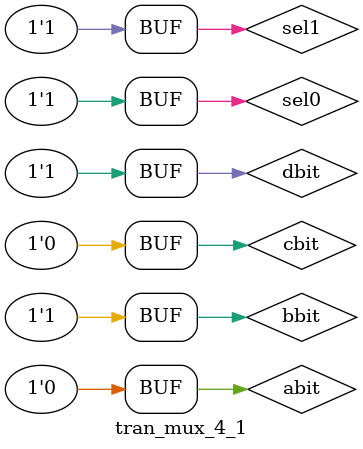
<source format=v>
module tran_mux_4_1();

reg abit;
reg bbit;
reg cbit;
reg dbit;
reg sel0;
reg sel1;
wire w;

mux_4_1_tran obj(
.a(abit),
.b(bbit),
.c(cbit),
.d(dbit),
.s0(sel0),
.s1(sel1),
.y(w)
);

initial
      begin
            sel0=0;     sel1=0;     abit=0;     bbit=0;     cbit=1;     dbit=1;
            #10;        sel0=0;     sel1=0;          abit=0; bbit=1; cbit=0; dbit=1;
            #10;        sel0=1;     sel1=0;          abit=0; bbit=0; cbit=1; dbit=1;
            #10;        sel0=1;     sel1=0;          abit=0; bbit=1; cbit=0; dbit=1;
            #10;        sel0=0;     sel1=1;          abit=0; bbit=0; cbit=1; dbit=1;
            #10;        sel0=0;     sel1=1;          abit=0; bbit=1; cbit=0; dbit=1;
            #10;        sel0=1;     sel1=1;          abit=0; bbit=0; cbit=1; dbit=1;
            #10;        sel0=1;     sel1=1;          abit=0; bbit=1; cbit=0; dbit=1;
            #20;
      end

initial
  begin
    $dumpfile("tran_mux_4_1.vcd");
    $dumpvars(0,tran_mux_4_1);
    $monitor("time = %2d,      S1(MSB) =%1b, S0 =%1b      A =%1b,   B =%1b,   C =%1b,    D =%1b,    Out =%1b", $time,sel1,sel0,abit,bbit,cbit,dbit,w);
  end
endmodule

</source>
